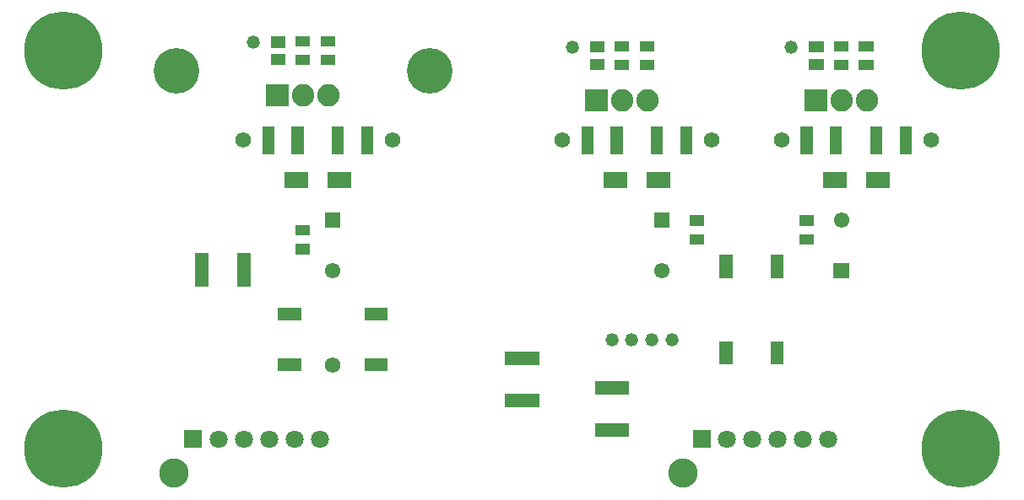
<source format=gbr>
G04 start of page 8 for group -4062 idx -4062 *
G04 Title: EW10A - bias supply, soldermask *
G04 Creator: pcb 1.99z *
G04 CreationDate: Wed 13 Aug 2014 11:07:00 PM GMT UTC *
G04 For: eelco *
G04 Format: Gerber/RS-274X *
G04 PCB-Dimensions (mil): 4724.41 3149.61 *
G04 PCB-Coordinate-Origin: lower left *
%MOIN*%
%FSLAX25Y25*%
%LNBOTTOMMASK*%
%ADD78R,0.0512X0.0512*%
%ADD77R,0.0531X0.0531*%
%ADD76R,0.0413X0.0413*%
%ADD75R,0.0453X0.0453*%
%ADD74R,0.0472X0.0472*%
%ADD73R,0.0610X0.0610*%
%ADD72C,0.0520*%
%ADD71C,0.0620*%
%ADD70C,0.1160*%
%ADD69C,0.0710*%
%ADD68C,0.1800*%
%ADD67C,0.0886*%
%ADD66C,0.0001*%
%ADD65C,0.0610*%
%ADD64C,0.3091*%
G54D64*X413386Y236220D03*
G54D65*X366142Y169291D03*
G54D66*G36*
X351713Y220965D02*Y212106D01*
X360571D01*
Y220965D01*
X351713D01*
G37*
G54D67*X366142Y216535D03*
X376142D03*
G54D64*X59055Y236220D03*
G54D68*X103543Y228346D03*
X203543D03*
G54D66*G36*
X139114Y222933D02*Y214075D01*
X147972D01*
Y222933D01*
X139114D01*
G37*
G54D67*X153543Y218504D03*
X163543D03*
G54D64*X59055Y78740D03*
G54D66*G36*
X162303Y172343D02*Y166240D01*
X168406D01*
Y172343D01*
X162303D01*
G37*
G54D65*X165354Y149291D03*
G54D66*G36*
X106686Y86227D02*Y79127D01*
X113786D01*
Y86227D01*
X106686D01*
G37*
G54D69*X120236Y82677D03*
X130236D03*
X140236D03*
X150236D03*
X160236D03*
G54D70*X102736Y69177D03*
G54D64*X413386Y78740D03*
G54D66*G36*
X307474Y86227D02*Y79127D01*
X314574D01*
Y86227D01*
X307474D01*
G37*
G54D69*X321024Y82677D03*
X331024D03*
X341024D03*
X351024D03*
X361024D03*
G54D70*X303524Y69177D03*
G54D66*G36*
X292224Y172343D02*Y166240D01*
X298327D01*
Y172343D01*
X292224D01*
G37*
G36*
X265098Y220965D02*Y212106D01*
X273957D01*
Y220965D01*
X265098D01*
G37*
G54D67*X279528Y216535D03*
X289528D03*
G54D65*X295276Y149291D03*
G54D66*G36*
X363091Y152343D02*Y146240D01*
X369193D01*
Y152343D01*
X363091D01*
G37*
G54D71*X188976Y200787D03*
X129921D03*
G54D72*X133858Y239665D03*
G54D71*X342520Y200787D03*
X314961D03*
X255906D03*
X401575D03*
G54D72*X346457Y237697D03*
X259843D03*
G54D71*X165354Y112008D03*
G54D72*X299213Y122047D03*
X291339D03*
X283465D03*
X275591D03*
G54D73*X166339Y185039D02*X169488D01*
X149409D02*X152559D01*
X292323D02*X295472D01*
X275394D02*X278543D01*
X378937D02*X382087D01*
X362008D02*X365157D01*
G54D74*X179035Y203839D02*Y197736D01*
X265846Y203839D02*Y197736D01*
X277461Y203839D02*Y197736D01*
X305020Y203839D02*Y197736D01*
X293406Y203839D02*Y197736D01*
G54D75*X269094Y237697D02*X270276D01*
X269094Y230807D02*X270276D01*
G54D76*X375197Y230512D02*X376772D01*
X278740Y237992D02*X280315D01*
X278740Y230512D02*X280315D01*
G54D75*X143110Y239665D02*X144291D01*
X143110Y232776D02*X144291D01*
G54D76*X152756Y239961D02*X154331D01*
X152756Y232480D02*X154331D01*
X162598Y239961D02*X164173D01*
X162598Y232480D02*X164173D01*
G54D74*X167421Y203839D02*Y197736D01*
X139862Y203839D02*Y197736D01*
X151476Y203839D02*Y197736D01*
G54D76*X152756Y157677D02*X154331D01*
X152756Y165157D02*X154331D01*
G54D77*X113780Y153740D02*Y145472D01*
X130315Y153740D02*Y145472D01*
G54D78*X180413Y132087D02*X184547D01*
X180413Y112008D02*X184547D01*
X146161D02*X150295D01*
X146161Y132087D02*X150295D01*
G54D76*X288583Y237992D02*X290157D01*
G54D75*X355709Y237697D02*X356890D01*
G54D76*X365354Y237992D02*X366929D01*
X288583Y230512D02*X290157D01*
G54D75*X355709Y230807D02*X356890D01*
G54D76*X365354Y230512D02*X366929D01*
G54D74*X364075Y203839D02*Y197736D01*
X352461Y203839D02*Y197736D01*
X380020Y203839D02*Y197736D01*
X391634Y203839D02*Y197736D01*
G54D76*X375197Y237992D02*X376772D01*
X308268Y161614D02*X309843D01*
G54D78*X320669Y153051D02*Y148917D01*
X340748Y153051D02*Y148917D01*
G54D76*X308268Y169094D02*X309843D01*
X351575Y161614D02*X353150D01*
X351575Y169094D02*X353150D01*
G54D78*X340748Y118799D02*Y114665D01*
X320669Y118799D02*Y114665D01*
G54D77*X271457Y86220D02*X279724D01*
X271457Y102756D02*X279724D01*
X236024Y98031D02*X244291D01*
X236024Y114567D02*X244291D01*
M02*

</source>
